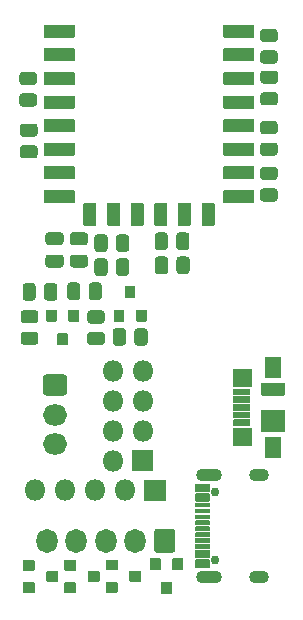
<source format=gbr>
G04 #@! TF.GenerationSoftware,KiCad,Pcbnew,5.1.8*
G04 #@! TF.CreationDate,2020-12-10T12:55:43+01:00*
G04 #@! TF.ProjectId,weather_station,77656174-6865-4725-9f73-746174696f6e,rev?*
G04 #@! TF.SameCoordinates,Original*
G04 #@! TF.FileFunction,Soldermask,Top*
G04 #@! TF.FilePolarity,Negative*
%FSLAX46Y46*%
G04 Gerber Fmt 4.6, Leading zero omitted, Abs format (unit mm)*
G04 Created by KiCad (PCBNEW 5.1.8) date 2020-12-10 12:55:43*
%MOMM*%
%LPD*%
G01*
G04 APERTURE LIST*
%ADD10O,1.800000X2.050000*%
%ADD11C,0.750000*%
%ADD12O,1.700000X1.100000*%
%ADD13O,2.200000X1.100000*%
%ADD14O,1.800000X1.800000*%
%ADD15O,2.050000X1.800000*%
G04 APERTURE END LIST*
G36*
G01*
X152230000Y-131479705D02*
X152230000Y-133000295D01*
G75*
G02*
X151965295Y-133265000I-264705J0D01*
G01*
X150694705Y-133265000D01*
G75*
G02*
X150430000Y-133000295I0J264705D01*
G01*
X150430000Y-131479705D01*
G75*
G02*
X150694705Y-131215000I264705J0D01*
G01*
X151965295Y-131215000D01*
G75*
G02*
X152230000Y-131479705I0J-264705D01*
G01*
G37*
D10*
X148830000Y-132240000D03*
X146330000Y-132240000D03*
X143830000Y-132240000D03*
X141330000Y-132240000D03*
G36*
G01*
X144820000Y-135670000D02*
X144820000Y-134870000D01*
G75*
G02*
X144870000Y-134820000I50000J0D01*
G01*
X145770000Y-134820000D01*
G75*
G02*
X145820000Y-134870000I0J-50000D01*
G01*
X145820000Y-135670000D01*
G75*
G02*
X145770000Y-135720000I-50000J0D01*
G01*
X144870000Y-135720000D01*
G75*
G02*
X144820000Y-135670000I0J50000D01*
G01*
G37*
G36*
G01*
X142820000Y-136620000D02*
X142820000Y-135820000D01*
G75*
G02*
X142870000Y-135770000I50000J0D01*
G01*
X143770000Y-135770000D01*
G75*
G02*
X143820000Y-135820000I0J-50000D01*
G01*
X143820000Y-136620000D01*
G75*
G02*
X143770000Y-136670000I-50000J0D01*
G01*
X142870000Y-136670000D01*
G75*
G02*
X142820000Y-136620000I0J50000D01*
G01*
G37*
G36*
G01*
X142820000Y-134720000D02*
X142820000Y-133920000D01*
G75*
G02*
X142870000Y-133870000I50000J0D01*
G01*
X143770000Y-133870000D01*
G75*
G02*
X143820000Y-133920000I0J-50000D01*
G01*
X143820000Y-134720000D01*
G75*
G02*
X143770000Y-134770000I-50000J0D01*
G01*
X142870000Y-134770000D01*
G75*
G02*
X142820000Y-134720000I0J50000D01*
G01*
G37*
G36*
G01*
X155105000Y-127820000D02*
X153955000Y-127820000D01*
G75*
G02*
X153905000Y-127770000I0J50000D01*
G01*
X153905000Y-127470000D01*
G75*
G02*
X153955000Y-127420000I50000J0D01*
G01*
X155105000Y-127420000D01*
G75*
G02*
X155155000Y-127470000I0J-50000D01*
G01*
X155155000Y-127770000D01*
G75*
G02*
X155105000Y-127820000I-50000J0D01*
G01*
G37*
G36*
G01*
X155105000Y-128620000D02*
X153955000Y-128620000D01*
G75*
G02*
X153905000Y-128570000I0J50000D01*
G01*
X153905000Y-128270000D01*
G75*
G02*
X153955000Y-128220000I50000J0D01*
G01*
X155105000Y-128220000D01*
G75*
G02*
X155155000Y-128270000I0J-50000D01*
G01*
X155155000Y-128570000D01*
G75*
G02*
X155105000Y-128620000I-50000J0D01*
G01*
G37*
G36*
G01*
X155105000Y-133420000D02*
X153955000Y-133420000D01*
G75*
G02*
X153905000Y-133370000I0J50000D01*
G01*
X153905000Y-133070000D01*
G75*
G02*
X153955000Y-133020000I50000J0D01*
G01*
X155105000Y-133020000D01*
G75*
G02*
X155155000Y-133070000I0J-50000D01*
G01*
X155155000Y-133370000D01*
G75*
G02*
X155105000Y-133420000I-50000J0D01*
G01*
G37*
G36*
G01*
X155105000Y-134220000D02*
X153955000Y-134220000D01*
G75*
G02*
X153905000Y-134170000I0J50000D01*
G01*
X153905000Y-133870000D01*
G75*
G02*
X153955000Y-133820000I50000J0D01*
G01*
X155105000Y-133820000D01*
G75*
G02*
X155155000Y-133870000I0J-50000D01*
G01*
X155155000Y-134170000D01*
G75*
G02*
X155105000Y-134220000I-50000J0D01*
G01*
G37*
G36*
G01*
X155105000Y-134520000D02*
X153955000Y-134520000D01*
G75*
G02*
X153905000Y-134470000I0J50000D01*
G01*
X153905000Y-134170000D01*
G75*
G02*
X153955000Y-134120000I50000J0D01*
G01*
X155105000Y-134120000D01*
G75*
G02*
X155155000Y-134170000I0J-50000D01*
G01*
X155155000Y-134470000D01*
G75*
G02*
X155105000Y-134520000I-50000J0D01*
G01*
G37*
G36*
G01*
X155105000Y-133720000D02*
X153955000Y-133720000D01*
G75*
G02*
X153905000Y-133670000I0J50000D01*
G01*
X153905000Y-133370000D01*
G75*
G02*
X153955000Y-133320000I50000J0D01*
G01*
X155105000Y-133320000D01*
G75*
G02*
X155155000Y-133370000I0J-50000D01*
G01*
X155155000Y-133670000D01*
G75*
G02*
X155105000Y-133720000I-50000J0D01*
G01*
G37*
G36*
G01*
X155105000Y-132920000D02*
X153955000Y-132920000D01*
G75*
G02*
X153905000Y-132870000I0J50000D01*
G01*
X153905000Y-132570000D01*
G75*
G02*
X153955000Y-132520000I50000J0D01*
G01*
X155105000Y-132520000D01*
G75*
G02*
X155155000Y-132570000I0J-50000D01*
G01*
X155155000Y-132870000D01*
G75*
G02*
X155105000Y-132920000I-50000J0D01*
G01*
G37*
G36*
G01*
X155105000Y-132420000D02*
X153955000Y-132420000D01*
G75*
G02*
X153905000Y-132370000I0J50000D01*
G01*
X153905000Y-132070000D01*
G75*
G02*
X153955000Y-132020000I50000J0D01*
G01*
X155105000Y-132020000D01*
G75*
G02*
X155155000Y-132070000I0J-50000D01*
G01*
X155155000Y-132370000D01*
G75*
G02*
X155105000Y-132420000I-50000J0D01*
G01*
G37*
G36*
G01*
X155105000Y-131920000D02*
X153955000Y-131920000D01*
G75*
G02*
X153905000Y-131870000I0J50000D01*
G01*
X153905000Y-131570000D01*
G75*
G02*
X153955000Y-131520000I50000J0D01*
G01*
X155105000Y-131520000D01*
G75*
G02*
X155155000Y-131570000I0J-50000D01*
G01*
X155155000Y-131870000D01*
G75*
G02*
X155105000Y-131920000I-50000J0D01*
G01*
G37*
G36*
G01*
X155105000Y-131420000D02*
X153955000Y-131420000D01*
G75*
G02*
X153905000Y-131370000I0J50000D01*
G01*
X153905000Y-131070000D01*
G75*
G02*
X153955000Y-131020000I50000J0D01*
G01*
X155105000Y-131020000D01*
G75*
G02*
X155155000Y-131070000I0J-50000D01*
G01*
X155155000Y-131370000D01*
G75*
G02*
X155105000Y-131420000I-50000J0D01*
G01*
G37*
G36*
G01*
X155105000Y-130920000D02*
X153955000Y-130920000D01*
G75*
G02*
X153905000Y-130870000I0J50000D01*
G01*
X153905000Y-130570000D01*
G75*
G02*
X153955000Y-130520000I50000J0D01*
G01*
X155105000Y-130520000D01*
G75*
G02*
X155155000Y-130570000I0J-50000D01*
G01*
X155155000Y-130870000D01*
G75*
G02*
X155105000Y-130920000I-50000J0D01*
G01*
G37*
G36*
G01*
X155105000Y-130420000D02*
X153955000Y-130420000D01*
G75*
G02*
X153905000Y-130370000I0J50000D01*
G01*
X153905000Y-130070000D01*
G75*
G02*
X153955000Y-130020000I50000J0D01*
G01*
X155105000Y-130020000D01*
G75*
G02*
X155155000Y-130070000I0J-50000D01*
G01*
X155155000Y-130370000D01*
G75*
G02*
X155105000Y-130420000I-50000J0D01*
G01*
G37*
G36*
G01*
X155105000Y-129920000D02*
X153955000Y-129920000D01*
G75*
G02*
X153905000Y-129870000I0J50000D01*
G01*
X153905000Y-129570000D01*
G75*
G02*
X153955000Y-129520000I50000J0D01*
G01*
X155105000Y-129520000D01*
G75*
G02*
X155155000Y-129570000I0J-50000D01*
G01*
X155155000Y-129870000D01*
G75*
G02*
X155105000Y-129920000I-50000J0D01*
G01*
G37*
G36*
G01*
X155105000Y-129420000D02*
X153955000Y-129420000D01*
G75*
G02*
X153905000Y-129370000I0J50000D01*
G01*
X153905000Y-129070000D01*
G75*
G02*
X153955000Y-129020000I50000J0D01*
G01*
X155105000Y-129020000D01*
G75*
G02*
X155155000Y-129070000I0J-50000D01*
G01*
X155155000Y-129370000D01*
G75*
G02*
X155105000Y-129420000I-50000J0D01*
G01*
G37*
G36*
G01*
X155105000Y-128920000D02*
X153955000Y-128920000D01*
G75*
G02*
X153905000Y-128870000I0J50000D01*
G01*
X153905000Y-128570000D01*
G75*
G02*
X153955000Y-128520000I50000J0D01*
G01*
X155105000Y-128520000D01*
G75*
G02*
X155155000Y-128570000I0J-50000D01*
G01*
X155155000Y-128870000D01*
G75*
G02*
X155105000Y-128920000I-50000J0D01*
G01*
G37*
G36*
G01*
X155105000Y-128120000D02*
X153955000Y-128120000D01*
G75*
G02*
X153905000Y-128070000I0J50000D01*
G01*
X153905000Y-127770000D01*
G75*
G02*
X153955000Y-127720000I50000J0D01*
G01*
X155105000Y-127720000D01*
G75*
G02*
X155155000Y-127770000I0J-50000D01*
G01*
X155155000Y-128070000D01*
G75*
G02*
X155105000Y-128120000I-50000J0D01*
G01*
G37*
D11*
X155595000Y-133860000D03*
X155595000Y-128080000D03*
D12*
X159275000Y-126650000D03*
X159275000Y-135290000D03*
D13*
X155095000Y-126650000D03*
X155095000Y-135290000D03*
G36*
G01*
X152300000Y-107355612D02*
X152300000Y-106404388D01*
G75*
G02*
X152574388Y-106130000I274388J0D01*
G01*
X153150612Y-106130000D01*
G75*
G02*
X153425000Y-106404388I0J-274388D01*
G01*
X153425000Y-107355612D01*
G75*
G02*
X153150612Y-107630000I-274388J0D01*
G01*
X152574388Y-107630000D01*
G75*
G02*
X152300000Y-107355612I0J274388D01*
G01*
G37*
G36*
G01*
X150475000Y-107355612D02*
X150475000Y-106404388D01*
G75*
G02*
X150749388Y-106130000I274388J0D01*
G01*
X151325612Y-106130000D01*
G75*
G02*
X151600000Y-106404388I0J-274388D01*
G01*
X151600000Y-107355612D01*
G75*
G02*
X151325612Y-107630000I-274388J0D01*
G01*
X150749388Y-107630000D01*
G75*
G02*
X150475000Y-107355612I0J274388D01*
G01*
G37*
G36*
G01*
X150495000Y-109395612D02*
X150495000Y-108444388D01*
G75*
G02*
X150769388Y-108170000I274388J0D01*
G01*
X151345612Y-108170000D01*
G75*
G02*
X151620000Y-108444388I0J-274388D01*
G01*
X151620000Y-109395612D01*
G75*
G02*
X151345612Y-109670000I-274388J0D01*
G01*
X150769388Y-109670000D01*
G75*
G02*
X150495000Y-109395612I0J274388D01*
G01*
G37*
G36*
G01*
X152320000Y-109395612D02*
X152320000Y-108444388D01*
G75*
G02*
X152594388Y-108170000I274388J0D01*
G01*
X153170612Y-108170000D01*
G75*
G02*
X153445000Y-108444388I0J-274388D01*
G01*
X153445000Y-109395612D01*
G75*
G02*
X153170612Y-109670000I-274388J0D01*
G01*
X152594388Y-109670000D01*
G75*
G02*
X152320000Y-109395612I0J274388D01*
G01*
G37*
G36*
G01*
X150365000Y-124605000D02*
X150365000Y-126305000D01*
G75*
G02*
X150315000Y-126355000I-50000J0D01*
G01*
X148615000Y-126355000D01*
G75*
G02*
X148565000Y-126305000I0J50000D01*
G01*
X148565000Y-124605000D01*
G75*
G02*
X148615000Y-124555000I50000J0D01*
G01*
X150315000Y-124555000D01*
G75*
G02*
X150365000Y-124605000I0J-50000D01*
G01*
G37*
D14*
X146925000Y-125455000D03*
X149465000Y-122915000D03*
X146925000Y-122915000D03*
X149465000Y-120375000D03*
X146925000Y-120375000D03*
X149465000Y-117835000D03*
X146925000Y-117835000D03*
G36*
G01*
X151360000Y-128880000D02*
X149660000Y-128880000D01*
G75*
G02*
X149610000Y-128830000I0J50000D01*
G01*
X149610000Y-127130000D01*
G75*
G02*
X149660000Y-127080000I50000J0D01*
G01*
X151360000Y-127080000D01*
G75*
G02*
X151410000Y-127130000I0J-50000D01*
G01*
X151410000Y-128830000D01*
G75*
G02*
X151360000Y-128880000I-50000J0D01*
G01*
G37*
X147970000Y-127980000D03*
X145430000Y-127980000D03*
X142890000Y-127980000D03*
X140350000Y-127980000D03*
G36*
G01*
X161460000Y-119940000D02*
X159560000Y-119940000D01*
G75*
G02*
X159510000Y-119890000I0J50000D01*
G01*
X159510000Y-118890000D01*
G75*
G02*
X159560000Y-118840000I50000J0D01*
G01*
X161460000Y-118840000D01*
G75*
G02*
X161510000Y-118890000I0J-50000D01*
G01*
X161510000Y-119890000D01*
G75*
G02*
X161460000Y-119940000I-50000J0D01*
G01*
G37*
G36*
G01*
X161460000Y-123040000D02*
X159560000Y-123040000D01*
G75*
G02*
X159510000Y-122990000I0J50000D01*
G01*
X159510000Y-121190000D01*
G75*
G02*
X159560000Y-121140000I50000J0D01*
G01*
X161460000Y-121140000D01*
G75*
G02*
X161510000Y-121190000I0J-50000D01*
G01*
X161510000Y-122990000D01*
G75*
G02*
X161460000Y-123040000I-50000J0D01*
G01*
G37*
G36*
G01*
X161160000Y-118440000D02*
X159860000Y-118440000D01*
G75*
G02*
X159810000Y-118390000I0J50000D01*
G01*
X159810000Y-116740000D01*
G75*
G02*
X159860000Y-116690000I50000J0D01*
G01*
X161160000Y-116690000D01*
G75*
G02*
X161210000Y-116740000I0J-50000D01*
G01*
X161210000Y-118390000D01*
G75*
G02*
X161160000Y-118440000I-50000J0D01*
G01*
G37*
G36*
G01*
X161160000Y-125190000D02*
X159860000Y-125190000D01*
G75*
G02*
X159810000Y-125140000I0J50000D01*
G01*
X159810000Y-123490000D01*
G75*
G02*
X159860000Y-123440000I50000J0D01*
G01*
X161160000Y-123440000D01*
G75*
G02*
X161210000Y-123490000I0J-50000D01*
G01*
X161210000Y-125140000D01*
G75*
G02*
X161160000Y-125190000I-50000J0D01*
G01*
G37*
G36*
G01*
X158710000Y-119215000D02*
X157160000Y-119215000D01*
G75*
G02*
X157110000Y-119165000I0J50000D01*
G01*
X157110000Y-117740000D01*
G75*
G02*
X157160000Y-117690000I50000J0D01*
G01*
X158710000Y-117690000D01*
G75*
G02*
X158760000Y-117740000I0J-50000D01*
G01*
X158760000Y-119165000D01*
G75*
G02*
X158710000Y-119215000I-50000J0D01*
G01*
G37*
G36*
G01*
X158710000Y-124190000D02*
X157160000Y-124190000D01*
G75*
G02*
X157110000Y-124140000I0J50000D01*
G01*
X157110000Y-122715000D01*
G75*
G02*
X157160000Y-122665000I50000J0D01*
G01*
X158710000Y-122665000D01*
G75*
G02*
X158760000Y-122715000I0J-50000D01*
G01*
X158760000Y-124140000D01*
G75*
G02*
X158710000Y-124190000I-50000J0D01*
G01*
G37*
G36*
G01*
X158540000Y-119915000D02*
X157160000Y-119915000D01*
G75*
G02*
X157110000Y-119865000I0J50000D01*
G01*
X157110000Y-119415000D01*
G75*
G02*
X157160000Y-119365000I50000J0D01*
G01*
X158540000Y-119365000D01*
G75*
G02*
X158590000Y-119415000I0J-50000D01*
G01*
X158590000Y-119865000D01*
G75*
G02*
X158540000Y-119915000I-50000J0D01*
G01*
G37*
G36*
G01*
X158540000Y-120565000D02*
X157160000Y-120565000D01*
G75*
G02*
X157110000Y-120515000I0J50000D01*
G01*
X157110000Y-120065000D01*
G75*
G02*
X157160000Y-120015000I50000J0D01*
G01*
X158540000Y-120015000D01*
G75*
G02*
X158590000Y-120065000I0J-50000D01*
G01*
X158590000Y-120515000D01*
G75*
G02*
X158540000Y-120565000I-50000J0D01*
G01*
G37*
G36*
G01*
X158540000Y-121215000D02*
X157160000Y-121215000D01*
G75*
G02*
X157110000Y-121165000I0J50000D01*
G01*
X157110000Y-120715000D01*
G75*
G02*
X157160000Y-120665000I50000J0D01*
G01*
X158540000Y-120665000D01*
G75*
G02*
X158590000Y-120715000I0J-50000D01*
G01*
X158590000Y-121165000D01*
G75*
G02*
X158540000Y-121215000I-50000J0D01*
G01*
G37*
G36*
G01*
X158540000Y-121865000D02*
X157160000Y-121865000D01*
G75*
G02*
X157110000Y-121815000I0J50000D01*
G01*
X157110000Y-121365000D01*
G75*
G02*
X157160000Y-121315000I50000J0D01*
G01*
X158540000Y-121315000D01*
G75*
G02*
X158590000Y-121365000I0J-50000D01*
G01*
X158590000Y-121815000D01*
G75*
G02*
X158540000Y-121865000I-50000J0D01*
G01*
G37*
G36*
G01*
X158540000Y-122515000D02*
X157160000Y-122515000D01*
G75*
G02*
X157110000Y-122465000I0J50000D01*
G01*
X157110000Y-122015000D01*
G75*
G02*
X157160000Y-121965000I50000J0D01*
G01*
X158540000Y-121965000D01*
G75*
G02*
X158590000Y-122015000I0J-50000D01*
G01*
X158590000Y-122465000D01*
G75*
G02*
X158540000Y-122515000I-50000J0D01*
G01*
G37*
G36*
G01*
X151080000Y-135730000D02*
X151880000Y-135730000D01*
G75*
G02*
X151930000Y-135780000I0J-50000D01*
G01*
X151930000Y-136680000D01*
G75*
G02*
X151880000Y-136730000I-50000J0D01*
G01*
X151080000Y-136730000D01*
G75*
G02*
X151030000Y-136680000I0J50000D01*
G01*
X151030000Y-135780000D01*
G75*
G02*
X151080000Y-135730000I50000J0D01*
G01*
G37*
G36*
G01*
X150130000Y-133730000D02*
X150930000Y-133730000D01*
G75*
G02*
X150980000Y-133780000I0J-50000D01*
G01*
X150980000Y-134680000D01*
G75*
G02*
X150930000Y-134730000I-50000J0D01*
G01*
X150130000Y-134730000D01*
G75*
G02*
X150080000Y-134680000I0J50000D01*
G01*
X150080000Y-133780000D01*
G75*
G02*
X150130000Y-133730000I50000J0D01*
G01*
G37*
G36*
G01*
X152030000Y-133730000D02*
X152830000Y-133730000D01*
G75*
G02*
X152880000Y-133780000I0J-50000D01*
G01*
X152880000Y-134680000D01*
G75*
G02*
X152830000Y-134730000I-50000J0D01*
G01*
X152030000Y-134730000D01*
G75*
G02*
X151980000Y-134680000I0J50000D01*
G01*
X151980000Y-133780000D01*
G75*
G02*
X152030000Y-133730000I50000J0D01*
G01*
G37*
G36*
G01*
X148340000Y-135640000D02*
X148340000Y-134840000D01*
G75*
G02*
X148390000Y-134790000I50000J0D01*
G01*
X149290000Y-134790000D01*
G75*
G02*
X149340000Y-134840000I0J-50000D01*
G01*
X149340000Y-135640000D01*
G75*
G02*
X149290000Y-135690000I-50000J0D01*
G01*
X148390000Y-135690000D01*
G75*
G02*
X148340000Y-135640000I0J50000D01*
G01*
G37*
G36*
G01*
X146340000Y-136590000D02*
X146340000Y-135790000D01*
G75*
G02*
X146390000Y-135740000I50000J0D01*
G01*
X147290000Y-135740000D01*
G75*
G02*
X147340000Y-135790000I0J-50000D01*
G01*
X147340000Y-136590000D01*
G75*
G02*
X147290000Y-136640000I-50000J0D01*
G01*
X146390000Y-136640000D01*
G75*
G02*
X146340000Y-136590000I0J50000D01*
G01*
G37*
G36*
G01*
X146340000Y-134690000D02*
X146340000Y-133890000D01*
G75*
G02*
X146390000Y-133840000I50000J0D01*
G01*
X147290000Y-133840000D01*
G75*
G02*
X147340000Y-133890000I0J-50000D01*
G01*
X147340000Y-134690000D01*
G75*
G02*
X147290000Y-134740000I-50000J0D01*
G01*
X146390000Y-134740000D01*
G75*
G02*
X146340000Y-134690000I0J50000D01*
G01*
G37*
G36*
G01*
X141310000Y-135670000D02*
X141310000Y-134870000D01*
G75*
G02*
X141360000Y-134820000I50000J0D01*
G01*
X142260000Y-134820000D01*
G75*
G02*
X142310000Y-134870000I0J-50000D01*
G01*
X142310000Y-135670000D01*
G75*
G02*
X142260000Y-135720000I-50000J0D01*
G01*
X141360000Y-135720000D01*
G75*
G02*
X141310000Y-135670000I0J50000D01*
G01*
G37*
G36*
G01*
X139310000Y-136620000D02*
X139310000Y-135820000D01*
G75*
G02*
X139360000Y-135770000I50000J0D01*
G01*
X140260000Y-135770000D01*
G75*
G02*
X140310000Y-135820000I0J-50000D01*
G01*
X140310000Y-136620000D01*
G75*
G02*
X140260000Y-136670000I-50000J0D01*
G01*
X139360000Y-136670000D01*
G75*
G02*
X139310000Y-136620000I0J50000D01*
G01*
G37*
G36*
G01*
X139310000Y-134720000D02*
X139310000Y-133920000D01*
G75*
G02*
X139360000Y-133870000I50000J0D01*
G01*
X140260000Y-133870000D01*
G75*
G02*
X140310000Y-133920000I0J-50000D01*
G01*
X140310000Y-134720000D01*
G75*
G02*
X140260000Y-134770000I-50000J0D01*
G01*
X139360000Y-134770000D01*
G75*
G02*
X139310000Y-134720000I0J50000D01*
G01*
G37*
G36*
G01*
X141100000Y-89600000D02*
X141100000Y-88600000D01*
G75*
G02*
X141150000Y-88550000I50000J0D01*
G01*
X143650000Y-88550000D01*
G75*
G02*
X143700000Y-88600000I0J-50000D01*
G01*
X143700000Y-89600000D01*
G75*
G02*
X143650000Y-89650000I-50000J0D01*
G01*
X141150000Y-89650000D01*
G75*
G02*
X141100000Y-89600000I0J50000D01*
G01*
G37*
G36*
G01*
X141100000Y-91600000D02*
X141100000Y-90600000D01*
G75*
G02*
X141150000Y-90550000I50000J0D01*
G01*
X143650000Y-90550000D01*
G75*
G02*
X143700000Y-90600000I0J-50000D01*
G01*
X143700000Y-91600000D01*
G75*
G02*
X143650000Y-91650000I-50000J0D01*
G01*
X141150000Y-91650000D01*
G75*
G02*
X141100000Y-91600000I0J50000D01*
G01*
G37*
G36*
G01*
X141100000Y-93600000D02*
X141100000Y-92600000D01*
G75*
G02*
X141150000Y-92550000I50000J0D01*
G01*
X143650000Y-92550000D01*
G75*
G02*
X143700000Y-92600000I0J-50000D01*
G01*
X143700000Y-93600000D01*
G75*
G02*
X143650000Y-93650000I-50000J0D01*
G01*
X141150000Y-93650000D01*
G75*
G02*
X141100000Y-93600000I0J50000D01*
G01*
G37*
G36*
G01*
X141100000Y-95600000D02*
X141100000Y-94600000D01*
G75*
G02*
X141150000Y-94550000I50000J0D01*
G01*
X143650000Y-94550000D01*
G75*
G02*
X143700000Y-94600000I0J-50000D01*
G01*
X143700000Y-95600000D01*
G75*
G02*
X143650000Y-95650000I-50000J0D01*
G01*
X141150000Y-95650000D01*
G75*
G02*
X141100000Y-95600000I0J50000D01*
G01*
G37*
G36*
G01*
X141100000Y-97600000D02*
X141100000Y-96600000D01*
G75*
G02*
X141150000Y-96550000I50000J0D01*
G01*
X143650000Y-96550000D01*
G75*
G02*
X143700000Y-96600000I0J-50000D01*
G01*
X143700000Y-97600000D01*
G75*
G02*
X143650000Y-97650000I-50000J0D01*
G01*
X141150000Y-97650000D01*
G75*
G02*
X141100000Y-97600000I0J50000D01*
G01*
G37*
G36*
G01*
X141100000Y-99600000D02*
X141100000Y-98600000D01*
G75*
G02*
X141150000Y-98550000I50000J0D01*
G01*
X143650000Y-98550000D01*
G75*
G02*
X143700000Y-98600000I0J-50000D01*
G01*
X143700000Y-99600000D01*
G75*
G02*
X143650000Y-99650000I-50000J0D01*
G01*
X141150000Y-99650000D01*
G75*
G02*
X141100000Y-99600000I0J50000D01*
G01*
G37*
G36*
G01*
X141100000Y-101600000D02*
X141100000Y-100600000D01*
G75*
G02*
X141150000Y-100550000I50000J0D01*
G01*
X143650000Y-100550000D01*
G75*
G02*
X143700000Y-100600000I0J-50000D01*
G01*
X143700000Y-101600000D01*
G75*
G02*
X143650000Y-101650000I-50000J0D01*
G01*
X141150000Y-101650000D01*
G75*
G02*
X141100000Y-101600000I0J50000D01*
G01*
G37*
G36*
G01*
X141100000Y-103600000D02*
X141100000Y-102600000D01*
G75*
G02*
X141150000Y-102550000I50000J0D01*
G01*
X143650000Y-102550000D01*
G75*
G02*
X143700000Y-102600000I0J-50000D01*
G01*
X143700000Y-103600000D01*
G75*
G02*
X143650000Y-103650000I-50000J0D01*
G01*
X141150000Y-103650000D01*
G75*
G02*
X141100000Y-103600000I0J50000D01*
G01*
G37*
G36*
G01*
X144450000Y-105500000D02*
X144450000Y-103700000D01*
G75*
G02*
X144500000Y-103650000I50000J0D01*
G01*
X145500000Y-103650000D01*
G75*
G02*
X145550000Y-103700000I0J-50000D01*
G01*
X145550000Y-105500000D01*
G75*
G02*
X145500000Y-105550000I-50000J0D01*
G01*
X144500000Y-105550000D01*
G75*
G02*
X144450000Y-105500000I0J50000D01*
G01*
G37*
G36*
G01*
X146450000Y-105500000D02*
X146450000Y-103700000D01*
G75*
G02*
X146500000Y-103650000I50000J0D01*
G01*
X147500000Y-103650000D01*
G75*
G02*
X147550000Y-103700000I0J-50000D01*
G01*
X147550000Y-105500000D01*
G75*
G02*
X147500000Y-105550000I-50000J0D01*
G01*
X146500000Y-105550000D01*
G75*
G02*
X146450000Y-105500000I0J50000D01*
G01*
G37*
G36*
G01*
X148450000Y-105500000D02*
X148450000Y-103700000D01*
G75*
G02*
X148500000Y-103650000I50000J0D01*
G01*
X149500000Y-103650000D01*
G75*
G02*
X149550000Y-103700000I0J-50000D01*
G01*
X149550000Y-105500000D01*
G75*
G02*
X149500000Y-105550000I-50000J0D01*
G01*
X148500000Y-105550000D01*
G75*
G02*
X148450000Y-105500000I0J50000D01*
G01*
G37*
G36*
G01*
X150450000Y-105500000D02*
X150450000Y-103700000D01*
G75*
G02*
X150500000Y-103650000I50000J0D01*
G01*
X151500000Y-103650000D01*
G75*
G02*
X151550000Y-103700000I0J-50000D01*
G01*
X151550000Y-105500000D01*
G75*
G02*
X151500000Y-105550000I-50000J0D01*
G01*
X150500000Y-105550000D01*
G75*
G02*
X150450000Y-105500000I0J50000D01*
G01*
G37*
G36*
G01*
X152450000Y-105500000D02*
X152450000Y-103700000D01*
G75*
G02*
X152500000Y-103650000I50000J0D01*
G01*
X153500000Y-103650000D01*
G75*
G02*
X153550000Y-103700000I0J-50000D01*
G01*
X153550000Y-105500000D01*
G75*
G02*
X153500000Y-105550000I-50000J0D01*
G01*
X152500000Y-105550000D01*
G75*
G02*
X152450000Y-105500000I0J50000D01*
G01*
G37*
G36*
G01*
X154450000Y-105500000D02*
X154450000Y-103700000D01*
G75*
G02*
X154500000Y-103650000I50000J0D01*
G01*
X155500000Y-103650000D01*
G75*
G02*
X155550000Y-103700000I0J-50000D01*
G01*
X155550000Y-105500000D01*
G75*
G02*
X155500000Y-105550000I-50000J0D01*
G01*
X154500000Y-105550000D01*
G75*
G02*
X154450000Y-105500000I0J50000D01*
G01*
G37*
G36*
G01*
X156300000Y-103600000D02*
X156300000Y-102600000D01*
G75*
G02*
X156350000Y-102550000I50000J0D01*
G01*
X158850000Y-102550000D01*
G75*
G02*
X158900000Y-102600000I0J-50000D01*
G01*
X158900000Y-103600000D01*
G75*
G02*
X158850000Y-103650000I-50000J0D01*
G01*
X156350000Y-103650000D01*
G75*
G02*
X156300000Y-103600000I0J50000D01*
G01*
G37*
G36*
G01*
X156300000Y-101600000D02*
X156300000Y-100600000D01*
G75*
G02*
X156350000Y-100550000I50000J0D01*
G01*
X158850000Y-100550000D01*
G75*
G02*
X158900000Y-100600000I0J-50000D01*
G01*
X158900000Y-101600000D01*
G75*
G02*
X158850000Y-101650000I-50000J0D01*
G01*
X156350000Y-101650000D01*
G75*
G02*
X156300000Y-101600000I0J50000D01*
G01*
G37*
G36*
G01*
X156300000Y-99600000D02*
X156300000Y-98600000D01*
G75*
G02*
X156350000Y-98550000I50000J0D01*
G01*
X158850000Y-98550000D01*
G75*
G02*
X158900000Y-98600000I0J-50000D01*
G01*
X158900000Y-99600000D01*
G75*
G02*
X158850000Y-99650000I-50000J0D01*
G01*
X156350000Y-99650000D01*
G75*
G02*
X156300000Y-99600000I0J50000D01*
G01*
G37*
G36*
G01*
X156300000Y-97600000D02*
X156300000Y-96600000D01*
G75*
G02*
X156350000Y-96550000I50000J0D01*
G01*
X158850000Y-96550000D01*
G75*
G02*
X158900000Y-96600000I0J-50000D01*
G01*
X158900000Y-97600000D01*
G75*
G02*
X158850000Y-97650000I-50000J0D01*
G01*
X156350000Y-97650000D01*
G75*
G02*
X156300000Y-97600000I0J50000D01*
G01*
G37*
G36*
G01*
X156300000Y-95600000D02*
X156300000Y-94600000D01*
G75*
G02*
X156350000Y-94550000I50000J0D01*
G01*
X158850000Y-94550000D01*
G75*
G02*
X158900000Y-94600000I0J-50000D01*
G01*
X158900000Y-95600000D01*
G75*
G02*
X158850000Y-95650000I-50000J0D01*
G01*
X156350000Y-95650000D01*
G75*
G02*
X156300000Y-95600000I0J50000D01*
G01*
G37*
G36*
G01*
X156300000Y-93600000D02*
X156300000Y-92600000D01*
G75*
G02*
X156350000Y-92550000I50000J0D01*
G01*
X158850000Y-92550000D01*
G75*
G02*
X158900000Y-92600000I0J-50000D01*
G01*
X158900000Y-93600000D01*
G75*
G02*
X158850000Y-93650000I-50000J0D01*
G01*
X156350000Y-93650000D01*
G75*
G02*
X156300000Y-93600000I0J50000D01*
G01*
G37*
G36*
G01*
X156300000Y-91600000D02*
X156300000Y-90600000D01*
G75*
G02*
X156350000Y-90550000I50000J0D01*
G01*
X158850000Y-90550000D01*
G75*
G02*
X158900000Y-90600000I0J-50000D01*
G01*
X158900000Y-91600000D01*
G75*
G02*
X158850000Y-91650000I-50000J0D01*
G01*
X156350000Y-91650000D01*
G75*
G02*
X156300000Y-91600000I0J50000D01*
G01*
G37*
G36*
G01*
X156300000Y-89600000D02*
X156300000Y-88600000D01*
G75*
G02*
X156350000Y-88550000I50000J0D01*
G01*
X158850000Y-88550000D01*
G75*
G02*
X158900000Y-88600000I0J-50000D01*
G01*
X158900000Y-89600000D01*
G75*
G02*
X158850000Y-89650000I-50000J0D01*
G01*
X156350000Y-89650000D01*
G75*
G02*
X156300000Y-89600000I0J50000D01*
G01*
G37*
G36*
G01*
X160650612Y-95375000D02*
X159699388Y-95375000D01*
G75*
G02*
X159425000Y-95100612I0J274388D01*
G01*
X159425000Y-94524388D01*
G75*
G02*
X159699388Y-94250000I274388J0D01*
G01*
X160650612Y-94250000D01*
G75*
G02*
X160925000Y-94524388I0J-274388D01*
G01*
X160925000Y-95100612D01*
G75*
G02*
X160650612Y-95375000I-274388J0D01*
G01*
G37*
G36*
G01*
X160650612Y-93550000D02*
X159699388Y-93550000D01*
G75*
G02*
X159425000Y-93275612I0J274388D01*
G01*
X159425000Y-92699388D01*
G75*
G02*
X159699388Y-92425000I274388J0D01*
G01*
X160650612Y-92425000D01*
G75*
G02*
X160925000Y-92699388I0J-274388D01*
G01*
X160925000Y-93275612D01*
G75*
G02*
X160650612Y-93550000I-274388J0D01*
G01*
G37*
G36*
G01*
X140295612Y-98042500D02*
X139344388Y-98042500D01*
G75*
G02*
X139070000Y-97768112I0J274388D01*
G01*
X139070000Y-97191888D01*
G75*
G02*
X139344388Y-96917500I274388J0D01*
G01*
X140295612Y-96917500D01*
G75*
G02*
X140570000Y-97191888I0J-274388D01*
G01*
X140570000Y-97768112D01*
G75*
G02*
X140295612Y-98042500I-274388J0D01*
G01*
G37*
G36*
G01*
X140295612Y-99867500D02*
X139344388Y-99867500D01*
G75*
G02*
X139070000Y-99593112I0J274388D01*
G01*
X139070000Y-99016888D01*
G75*
G02*
X139344388Y-98742500I274388J0D01*
G01*
X140295612Y-98742500D01*
G75*
G02*
X140570000Y-99016888I0J-274388D01*
G01*
X140570000Y-99593112D01*
G75*
G02*
X140295612Y-99867500I-274388J0D01*
G01*
G37*
G36*
G01*
X159674388Y-96700000D02*
X160625612Y-96700000D01*
G75*
G02*
X160900000Y-96974388I0J-274388D01*
G01*
X160900000Y-97550612D01*
G75*
G02*
X160625612Y-97825000I-274388J0D01*
G01*
X159674388Y-97825000D01*
G75*
G02*
X159400000Y-97550612I0J274388D01*
G01*
X159400000Y-96974388D01*
G75*
G02*
X159674388Y-96700000I274388J0D01*
G01*
G37*
G36*
G01*
X159674388Y-98525000D02*
X160625612Y-98525000D01*
G75*
G02*
X160900000Y-98799388I0J-274388D01*
G01*
X160900000Y-99375612D01*
G75*
G02*
X160625612Y-99650000I-274388J0D01*
G01*
X159674388Y-99650000D01*
G75*
G02*
X159400000Y-99375612I0J274388D01*
G01*
X159400000Y-98799388D01*
G75*
G02*
X159674388Y-98525000I274388J0D01*
G01*
G37*
G36*
G01*
X160625612Y-90025000D02*
X159674388Y-90025000D01*
G75*
G02*
X159400000Y-89750612I0J274388D01*
G01*
X159400000Y-89174388D01*
G75*
G02*
X159674388Y-88900000I274388J0D01*
G01*
X160625612Y-88900000D01*
G75*
G02*
X160900000Y-89174388I0J-274388D01*
G01*
X160900000Y-89750612D01*
G75*
G02*
X160625612Y-90025000I-274388J0D01*
G01*
G37*
G36*
G01*
X160625612Y-91850000D02*
X159674388Y-91850000D01*
G75*
G02*
X159400000Y-91575612I0J274388D01*
G01*
X159400000Y-90999388D01*
G75*
G02*
X159674388Y-90725000I274388J0D01*
G01*
X160625612Y-90725000D01*
G75*
G02*
X160900000Y-90999388I0J-274388D01*
G01*
X160900000Y-91575612D01*
G75*
G02*
X160625612Y-91850000I-274388J0D01*
G01*
G37*
G36*
G01*
X143565000Y-106115000D02*
X144565000Y-106115000D01*
G75*
G02*
X144840000Y-106390000I0J-275000D01*
G01*
X144840000Y-106940000D01*
G75*
G02*
X144565000Y-107215000I-275000J0D01*
G01*
X143565000Y-107215000D01*
G75*
G02*
X143290000Y-106940000I0J275000D01*
G01*
X143290000Y-106390000D01*
G75*
G02*
X143565000Y-106115000I275000J0D01*
G01*
G37*
G36*
G01*
X143565000Y-108015000D02*
X144565000Y-108015000D01*
G75*
G02*
X144840000Y-108290000I0J-275000D01*
G01*
X144840000Y-108840000D01*
G75*
G02*
X144565000Y-109115000I-275000J0D01*
G01*
X143565000Y-109115000D01*
G75*
G02*
X143290000Y-108840000I0J275000D01*
G01*
X143290000Y-108290000D01*
G75*
G02*
X143565000Y-108015000I275000J0D01*
G01*
G37*
G36*
G01*
X141500000Y-106110000D02*
X142500000Y-106110000D01*
G75*
G02*
X142775000Y-106385000I0J-275000D01*
G01*
X142775000Y-106935000D01*
G75*
G02*
X142500000Y-107210000I-275000J0D01*
G01*
X141500000Y-107210000D01*
G75*
G02*
X141225000Y-106935000I0J275000D01*
G01*
X141225000Y-106385000D01*
G75*
G02*
X141500000Y-106110000I275000J0D01*
G01*
G37*
G36*
G01*
X141500000Y-108010000D02*
X142500000Y-108010000D01*
G75*
G02*
X142775000Y-108285000I0J-275000D01*
G01*
X142775000Y-108835000D01*
G75*
G02*
X142500000Y-109110000I-275000J0D01*
G01*
X141500000Y-109110000D01*
G75*
G02*
X141225000Y-108835000I0J275000D01*
G01*
X141225000Y-108285000D01*
G75*
G02*
X141500000Y-108010000I275000J0D01*
G01*
G37*
G36*
G01*
X141269705Y-118150000D02*
X142790295Y-118150000D01*
G75*
G02*
X143055000Y-118414705I0J-264705D01*
G01*
X143055000Y-119685295D01*
G75*
G02*
X142790295Y-119950000I-264705J0D01*
G01*
X141269705Y-119950000D01*
G75*
G02*
X141005000Y-119685295I0J264705D01*
G01*
X141005000Y-118414705D01*
G75*
G02*
X141269705Y-118150000I264705J0D01*
G01*
G37*
D15*
X142030000Y-121550000D03*
X142030000Y-124050000D03*
G36*
G01*
X148805000Y-111680000D02*
X148005000Y-111680000D01*
G75*
G02*
X147955000Y-111630000I0J50000D01*
G01*
X147955000Y-110730000D01*
G75*
G02*
X148005000Y-110680000I50000J0D01*
G01*
X148805000Y-110680000D01*
G75*
G02*
X148855000Y-110730000I0J-50000D01*
G01*
X148855000Y-111630000D01*
G75*
G02*
X148805000Y-111680000I-50000J0D01*
G01*
G37*
G36*
G01*
X149755000Y-113680000D02*
X148955000Y-113680000D01*
G75*
G02*
X148905000Y-113630000I0J50000D01*
G01*
X148905000Y-112730000D01*
G75*
G02*
X148955000Y-112680000I50000J0D01*
G01*
X149755000Y-112680000D01*
G75*
G02*
X149805000Y-112730000I0J-50000D01*
G01*
X149805000Y-113630000D01*
G75*
G02*
X149755000Y-113680000I-50000J0D01*
G01*
G37*
G36*
G01*
X147855000Y-113680000D02*
X147055000Y-113680000D01*
G75*
G02*
X147005000Y-113630000I0J50000D01*
G01*
X147005000Y-112730000D01*
G75*
G02*
X147055000Y-112680000I50000J0D01*
G01*
X147855000Y-112680000D01*
G75*
G02*
X147905000Y-112730000I0J-50000D01*
G01*
X147905000Y-113630000D01*
G75*
G02*
X147855000Y-113680000I-50000J0D01*
G01*
G37*
G36*
G01*
X143230000Y-112680000D02*
X144030000Y-112680000D01*
G75*
G02*
X144080000Y-112730000I0J-50000D01*
G01*
X144080000Y-113630000D01*
G75*
G02*
X144030000Y-113680000I-50000J0D01*
G01*
X143230000Y-113680000D01*
G75*
G02*
X143180000Y-113630000I0J50000D01*
G01*
X143180000Y-112730000D01*
G75*
G02*
X143230000Y-112680000I50000J0D01*
G01*
G37*
G36*
G01*
X141330000Y-112680000D02*
X142130000Y-112680000D01*
G75*
G02*
X142180000Y-112730000I0J-50000D01*
G01*
X142180000Y-113630000D01*
G75*
G02*
X142130000Y-113680000I-50000J0D01*
G01*
X141330000Y-113680000D01*
G75*
G02*
X141280000Y-113630000I0J50000D01*
G01*
X141280000Y-112730000D01*
G75*
G02*
X141330000Y-112680000I50000J0D01*
G01*
G37*
G36*
G01*
X142280000Y-114680000D02*
X143080000Y-114680000D01*
G75*
G02*
X143130000Y-114730000I0J-50000D01*
G01*
X143130000Y-115630000D01*
G75*
G02*
X143080000Y-115680000I-50000J0D01*
G01*
X142280000Y-115680000D01*
G75*
G02*
X142230000Y-115630000I0J50000D01*
G01*
X142230000Y-114730000D01*
G75*
G02*
X142280000Y-114680000I50000J0D01*
G01*
G37*
G36*
G01*
X140245612Y-95485000D02*
X139294388Y-95485000D01*
G75*
G02*
X139020000Y-95210612I0J274388D01*
G01*
X139020000Y-94634388D01*
G75*
G02*
X139294388Y-94360000I274388J0D01*
G01*
X140245612Y-94360000D01*
G75*
G02*
X140520000Y-94634388I0J-274388D01*
G01*
X140520000Y-95210612D01*
G75*
G02*
X140245612Y-95485000I-274388J0D01*
G01*
G37*
G36*
G01*
X140245612Y-93660000D02*
X139294388Y-93660000D01*
G75*
G02*
X139020000Y-93385612I0J274388D01*
G01*
X139020000Y-92809388D01*
G75*
G02*
X139294388Y-92535000I274388J0D01*
G01*
X140245612Y-92535000D01*
G75*
G02*
X140520000Y-92809388I0J-274388D01*
G01*
X140520000Y-93385612D01*
G75*
G02*
X140245612Y-93660000I-274388J0D01*
G01*
G37*
G36*
G01*
X148755000Y-115455612D02*
X148755000Y-114504388D01*
G75*
G02*
X149029388Y-114230000I274388J0D01*
G01*
X149605612Y-114230000D01*
G75*
G02*
X149880000Y-114504388I0J-274388D01*
G01*
X149880000Y-115455612D01*
G75*
G02*
X149605612Y-115730000I-274388J0D01*
G01*
X149029388Y-115730000D01*
G75*
G02*
X148755000Y-115455612I0J274388D01*
G01*
G37*
G36*
G01*
X146930000Y-115455612D02*
X146930000Y-114504388D01*
G75*
G02*
X147204388Y-114230000I274388J0D01*
G01*
X147780612Y-114230000D01*
G75*
G02*
X148055000Y-114504388I0J-274388D01*
G01*
X148055000Y-115455612D01*
G75*
G02*
X147780612Y-115730000I-274388J0D01*
G01*
X147204388Y-115730000D01*
G75*
G02*
X146930000Y-115455612I0J274388D01*
G01*
G37*
G36*
G01*
X143065000Y-111590612D02*
X143065000Y-110639388D01*
G75*
G02*
X143339388Y-110365000I274388J0D01*
G01*
X143915612Y-110365000D01*
G75*
G02*
X144190000Y-110639388I0J-274388D01*
G01*
X144190000Y-111590612D01*
G75*
G02*
X143915612Y-111865000I-274388J0D01*
G01*
X143339388Y-111865000D01*
G75*
G02*
X143065000Y-111590612I0J274388D01*
G01*
G37*
G36*
G01*
X144890000Y-111590612D02*
X144890000Y-110639388D01*
G75*
G02*
X145164388Y-110365000I274388J0D01*
G01*
X145740612Y-110365000D01*
G75*
G02*
X146015000Y-110639388I0J-274388D01*
G01*
X146015000Y-111590612D01*
G75*
G02*
X145740612Y-111865000I-274388J0D01*
G01*
X145164388Y-111865000D01*
G75*
G02*
X144890000Y-111590612I0J274388D01*
G01*
G37*
G36*
G01*
X145029388Y-114555000D02*
X145980612Y-114555000D01*
G75*
G02*
X146255000Y-114829388I0J-274388D01*
G01*
X146255000Y-115405612D01*
G75*
G02*
X145980612Y-115680000I-274388J0D01*
G01*
X145029388Y-115680000D01*
G75*
G02*
X144755000Y-115405612I0J274388D01*
G01*
X144755000Y-114829388D01*
G75*
G02*
X145029388Y-114555000I274388J0D01*
G01*
G37*
G36*
G01*
X145029388Y-112730000D02*
X145980612Y-112730000D01*
G75*
G02*
X146255000Y-113004388I0J-274388D01*
G01*
X146255000Y-113580612D01*
G75*
G02*
X145980612Y-113855000I-274388J0D01*
G01*
X145029388Y-113855000D01*
G75*
G02*
X144755000Y-113580612I0J274388D01*
G01*
X144755000Y-113004388D01*
G75*
G02*
X145029388Y-112730000I274388J0D01*
G01*
G37*
G36*
G01*
X141115000Y-111640612D02*
X141115000Y-110689388D01*
G75*
G02*
X141389388Y-110415000I274388J0D01*
G01*
X141965612Y-110415000D01*
G75*
G02*
X142240000Y-110689388I0J-274388D01*
G01*
X142240000Y-111640612D01*
G75*
G02*
X141965612Y-111915000I-274388J0D01*
G01*
X141389388Y-111915000D01*
G75*
G02*
X141115000Y-111640612I0J274388D01*
G01*
G37*
G36*
G01*
X139290000Y-111640612D02*
X139290000Y-110689388D01*
G75*
G02*
X139564388Y-110415000I274388J0D01*
G01*
X140140612Y-110415000D01*
G75*
G02*
X140415000Y-110689388I0J-274388D01*
G01*
X140415000Y-111640612D01*
G75*
G02*
X140140612Y-111915000I-274388J0D01*
G01*
X139564388Y-111915000D01*
G75*
G02*
X139290000Y-111640612I0J274388D01*
G01*
G37*
G36*
G01*
X139404388Y-112705000D02*
X140355612Y-112705000D01*
G75*
G02*
X140630000Y-112979388I0J-274388D01*
G01*
X140630000Y-113555612D01*
G75*
G02*
X140355612Y-113830000I-274388J0D01*
G01*
X139404388Y-113830000D01*
G75*
G02*
X139130000Y-113555612I0J274388D01*
G01*
X139130000Y-112979388D01*
G75*
G02*
X139404388Y-112705000I274388J0D01*
G01*
G37*
G36*
G01*
X139404388Y-114530000D02*
X140355612Y-114530000D01*
G75*
G02*
X140630000Y-114804388I0J-274388D01*
G01*
X140630000Y-115380612D01*
G75*
G02*
X140355612Y-115655000I-274388J0D01*
G01*
X139404388Y-115655000D01*
G75*
G02*
X139130000Y-115380612I0J274388D01*
G01*
X139130000Y-114804388D01*
G75*
G02*
X139404388Y-114530000I274388J0D01*
G01*
G37*
G36*
G01*
X159674388Y-102400000D02*
X160625612Y-102400000D01*
G75*
G02*
X160900000Y-102674388I0J-274388D01*
G01*
X160900000Y-103250612D01*
G75*
G02*
X160625612Y-103525000I-274388J0D01*
G01*
X159674388Y-103525000D01*
G75*
G02*
X159400000Y-103250612I0J274388D01*
G01*
X159400000Y-102674388D01*
G75*
G02*
X159674388Y-102400000I274388J0D01*
G01*
G37*
G36*
G01*
X159674388Y-100575000D02*
X160625612Y-100575000D01*
G75*
G02*
X160900000Y-100849388I0J-274388D01*
G01*
X160900000Y-101425612D01*
G75*
G02*
X160625612Y-101700000I-274388J0D01*
G01*
X159674388Y-101700000D01*
G75*
G02*
X159400000Y-101425612I0J274388D01*
G01*
X159400000Y-100849388D01*
G75*
G02*
X159674388Y-100575000I274388J0D01*
G01*
G37*
G36*
G01*
X145375000Y-109545612D02*
X145375000Y-108594388D01*
G75*
G02*
X145649388Y-108320000I274388J0D01*
G01*
X146225612Y-108320000D01*
G75*
G02*
X146500000Y-108594388I0J-274388D01*
G01*
X146500000Y-109545612D01*
G75*
G02*
X146225612Y-109820000I-274388J0D01*
G01*
X145649388Y-109820000D01*
G75*
G02*
X145375000Y-109545612I0J274388D01*
G01*
G37*
G36*
G01*
X147200000Y-109545612D02*
X147200000Y-108594388D01*
G75*
G02*
X147474388Y-108320000I274388J0D01*
G01*
X148050612Y-108320000D01*
G75*
G02*
X148325000Y-108594388I0J-274388D01*
G01*
X148325000Y-109545612D01*
G75*
G02*
X148050612Y-109820000I-274388J0D01*
G01*
X147474388Y-109820000D01*
G75*
G02*
X147200000Y-109545612I0J274388D01*
G01*
G37*
G36*
G01*
X145375000Y-107515612D02*
X145375000Y-106564388D01*
G75*
G02*
X145649388Y-106290000I274388J0D01*
G01*
X146225612Y-106290000D01*
G75*
G02*
X146500000Y-106564388I0J-274388D01*
G01*
X146500000Y-107515612D01*
G75*
G02*
X146225612Y-107790000I-274388J0D01*
G01*
X145649388Y-107790000D01*
G75*
G02*
X145375000Y-107515612I0J274388D01*
G01*
G37*
G36*
G01*
X147200000Y-107515612D02*
X147200000Y-106564388D01*
G75*
G02*
X147474388Y-106290000I274388J0D01*
G01*
X148050612Y-106290000D01*
G75*
G02*
X148325000Y-106564388I0J-274388D01*
G01*
X148325000Y-107515612D01*
G75*
G02*
X148050612Y-107790000I-274388J0D01*
G01*
X147474388Y-107790000D01*
G75*
G02*
X147200000Y-107515612I0J274388D01*
G01*
G37*
M02*

</source>
